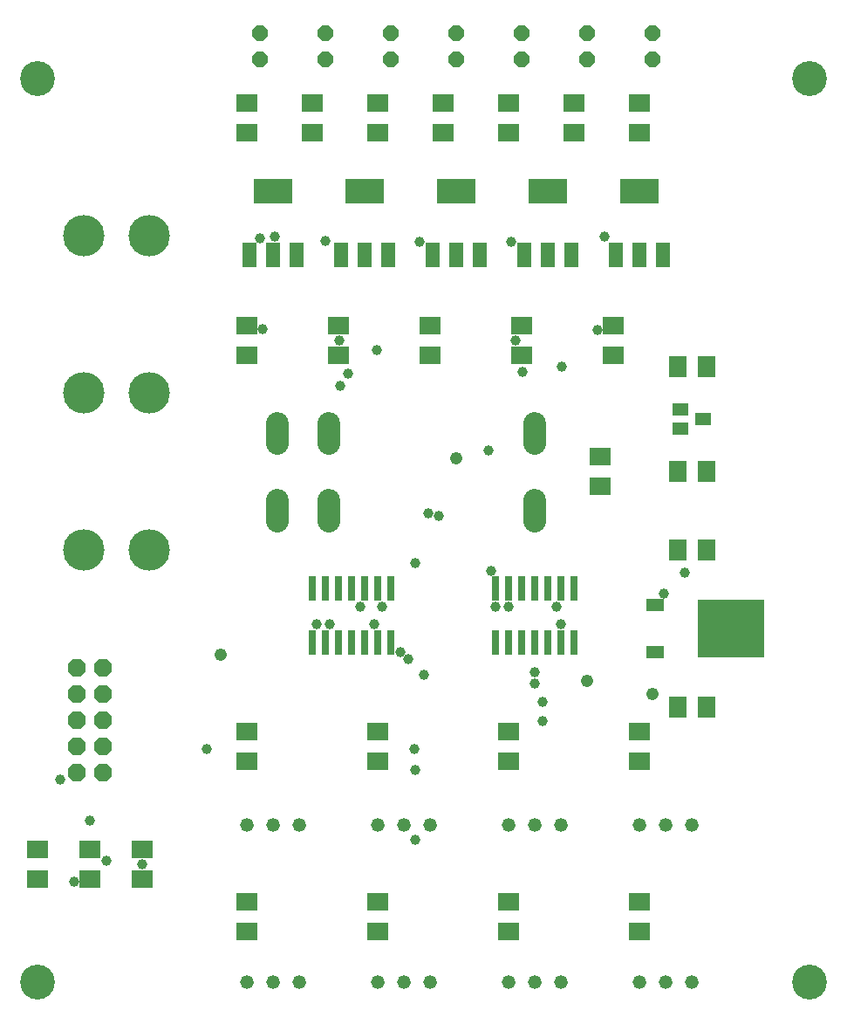
<source format=gts>
G75*
G70*
%OFA0B0*%
%FSLAX24Y24*%
%IPPOS*%
%LPD*%
%AMOC8*
5,1,8,0,0,1.08239X$1,22.5*
%
%ADD10C,0.1330*%
%ADD11R,0.0316X0.0946*%
%ADD12C,0.0520*%
%ADD13R,0.0790X0.0710*%
%ADD14R,0.0631X0.0474*%
%ADD15R,0.0710X0.0789*%
%ADD16R,0.2521X0.2206*%
%ADD17R,0.0710X0.0474*%
%ADD18R,0.0560X0.0960*%
%ADD19R,0.1497X0.0946*%
%ADD20OC8,0.0600*%
%ADD21C,0.0860*%
%ADD22C,0.1580*%
%ADD23OC8,0.0680*%
%ADD24C,0.0476*%
%ADD25C,0.0390*%
D10*
X002680Y002680D03*
X032180Y002680D03*
X032180Y037180D03*
X002680Y037180D03*
D11*
X013180Y017704D03*
X013680Y017704D03*
X014180Y017704D03*
X014680Y017704D03*
X015180Y017704D03*
X015680Y017704D03*
X016180Y017704D03*
X016180Y015656D03*
X015680Y015656D03*
X015180Y015656D03*
X014680Y015656D03*
X014180Y015656D03*
X013680Y015656D03*
X013180Y015656D03*
X020180Y015656D03*
X020680Y015656D03*
X021180Y015656D03*
X021680Y015656D03*
X022180Y015656D03*
X022680Y015656D03*
X023180Y015656D03*
X023180Y017704D03*
X022680Y017704D03*
X022180Y017704D03*
X021680Y017704D03*
X021180Y017704D03*
X020680Y017704D03*
X020180Y017704D03*
D12*
X020680Y008680D03*
X021680Y008680D03*
X022680Y008680D03*
X025680Y008680D03*
X026680Y008680D03*
X027680Y008680D03*
X027680Y002680D03*
X026680Y002680D03*
X025680Y002680D03*
X022680Y002680D03*
X021680Y002680D03*
X020680Y002680D03*
X017680Y002680D03*
X016680Y002680D03*
X015680Y002680D03*
X012680Y002680D03*
X011680Y002680D03*
X010680Y002680D03*
X010680Y008680D03*
X011680Y008680D03*
X012680Y008680D03*
X015680Y008680D03*
X016680Y008680D03*
X017680Y008680D03*
D13*
X015680Y011120D03*
X015680Y012240D03*
X010680Y012240D03*
X010680Y011120D03*
X006680Y007740D03*
X006680Y006620D03*
X004680Y006620D03*
X004680Y007740D03*
X002680Y007740D03*
X002680Y006620D03*
X010680Y005740D03*
X010680Y004620D03*
X015680Y004620D03*
X015680Y005740D03*
X020680Y005740D03*
X020680Y004620D03*
X025680Y004620D03*
X025680Y005740D03*
X025680Y011120D03*
X025680Y012240D03*
X020680Y012240D03*
X020680Y011120D03*
X024180Y021620D03*
X024180Y022740D03*
X024680Y026620D03*
X024680Y027740D03*
X021180Y027740D03*
X021180Y026620D03*
X017680Y026620D03*
X017680Y027740D03*
X014180Y027740D03*
X014180Y026620D03*
X010680Y026620D03*
X010680Y027740D03*
X010680Y035120D03*
X010680Y036240D03*
X013180Y036240D03*
X013180Y035120D03*
X015680Y035120D03*
X015680Y036240D03*
X018180Y036240D03*
X018180Y035120D03*
X020680Y035120D03*
X020680Y036240D03*
X023180Y036240D03*
X023180Y035120D03*
X025680Y035120D03*
X025680Y036240D03*
D14*
X027247Y024554D03*
X027247Y023806D03*
X028113Y024180D03*
D15*
X028231Y022180D03*
X027129Y022180D03*
X027129Y019180D03*
X028231Y019180D03*
X028231Y013180D03*
X027129Y013180D03*
X027129Y026180D03*
X028231Y026180D03*
D16*
X029164Y016180D03*
D17*
X026290Y015282D03*
X026290Y017078D03*
D18*
X026590Y030460D03*
X025680Y030460D03*
X024770Y030460D03*
X023090Y030460D03*
X022180Y030460D03*
X021270Y030460D03*
X019590Y030460D03*
X018680Y030460D03*
X017770Y030460D03*
X016090Y030460D03*
X015180Y030460D03*
X014270Y030460D03*
X012590Y030460D03*
X011680Y030460D03*
X010770Y030460D03*
D19*
X011680Y032900D03*
X015180Y032900D03*
X018680Y032900D03*
X022180Y032900D03*
X025680Y032900D03*
D20*
X026180Y037930D03*
X026180Y038930D03*
X023680Y038930D03*
X023680Y037930D03*
X021180Y037930D03*
X021180Y038930D03*
X018680Y038930D03*
X018680Y037930D03*
X016180Y037930D03*
X016180Y038930D03*
X013680Y038930D03*
X013680Y037930D03*
X011180Y037930D03*
X011180Y038930D03*
D21*
X011840Y024020D02*
X011840Y023240D01*
X013810Y023240D02*
X013810Y024020D01*
X013810Y021070D02*
X013810Y020290D01*
X011840Y020290D02*
X011840Y021070D01*
X021680Y021070D02*
X021680Y020290D01*
X021680Y023240D02*
X021680Y024020D01*
D22*
X006930Y025180D03*
X004430Y025180D03*
X004430Y019180D03*
X006930Y019180D03*
X006930Y031180D03*
X004430Y031180D03*
D23*
X004180Y014680D03*
X004180Y013680D03*
X004180Y012680D03*
X004180Y011680D03*
X004180Y010680D03*
X005180Y010680D03*
X005180Y011680D03*
X005180Y012680D03*
X005180Y013680D03*
X005180Y014680D03*
D24*
X009680Y015180D03*
X018680Y022680D03*
X023680Y014180D03*
X026180Y013680D03*
D25*
X026620Y017520D03*
X027420Y018320D03*
X022680Y016340D03*
X022500Y017020D03*
X020680Y017020D03*
X020180Y017020D03*
X020000Y018380D03*
X018000Y020480D03*
X017600Y020580D03*
X017100Y018680D03*
X015860Y017020D03*
X015560Y016340D03*
X015000Y017020D03*
X013860Y016340D03*
X013360Y016340D03*
X016540Y015280D03*
X016840Y015020D03*
X017440Y014420D03*
X017088Y011589D03*
X017120Y010780D03*
X017120Y008120D03*
X021980Y012640D03*
X021980Y013380D03*
X021680Y014100D03*
X021680Y014520D03*
X019900Y022980D03*
X021220Y026000D03*
X020931Y027186D03*
X022700Y026200D03*
X024080Y027580D03*
X024340Y031140D03*
X020780Y030960D03*
X017280Y030960D03*
X014201Y027174D03*
X014540Y025920D03*
X014240Y025460D03*
X015640Y026820D03*
X013680Y030980D03*
X011740Y031140D03*
X011180Y031080D03*
X011280Y027620D03*
X009140Y011600D03*
X005302Y007318D03*
X006680Y007174D03*
X004680Y008860D03*
X003540Y010420D03*
X004080Y006520D03*
M02*

</source>
